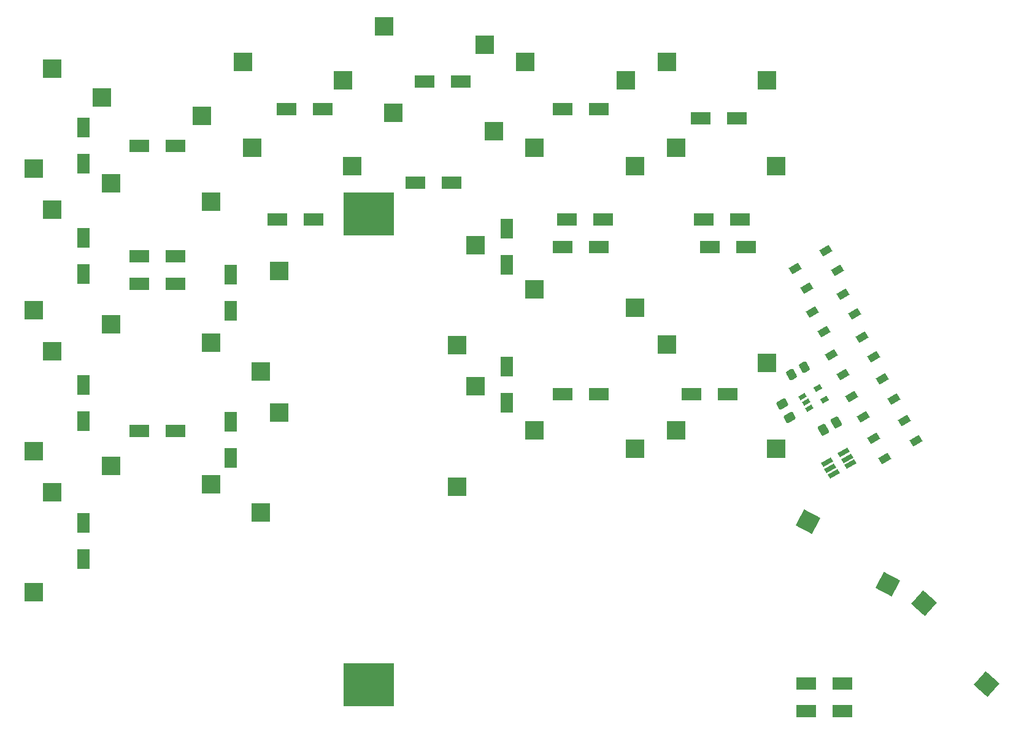
<source format=gbr>
%TF.GenerationSoftware,KiCad,Pcbnew,6.0.6-3a73a75311~116~ubuntu22.04.1*%
%TF.CreationDate,2022-07-03T12:29:08-05:00*%
%TF.ProjectId,board,626f6172-642e-46b6-9963-61645f706362,rev?*%
%TF.SameCoordinates,Original*%
%TF.FileFunction,Paste,Top*%
%TF.FilePolarity,Positive*%
%FSLAX46Y46*%
G04 Gerber Fmt 4.6, Leading zero omitted, Abs format (unit mm)*
G04 Created by KiCad (PCBNEW 6.0.6-3a73a75311~116~ubuntu22.04.1) date 2022-07-03 12:29:08*
%MOMM*%
%LPD*%
G01*
G04 APERTURE LIST*
G04 Aperture macros list*
%AMRoundRect*
0 Rectangle with rounded corners*
0 $1 Rounding radius*
0 $2 $3 $4 $5 $6 $7 $8 $9 X,Y pos of 4 corners*
0 Add a 4 corners polygon primitive as box body*
4,1,4,$2,$3,$4,$5,$6,$7,$8,$9,$2,$3,0*
0 Add four circle primitives for the rounded corners*
1,1,$1+$1,$2,$3*
1,1,$1+$1,$4,$5*
1,1,$1+$1,$6,$7*
1,1,$1+$1,$8,$9*
0 Add four rect primitives between the rounded corners*
20,1,$1+$1,$2,$3,$4,$5,0*
20,1,$1+$1,$4,$5,$6,$7,0*
20,1,$1+$1,$6,$7,$8,$9,0*
20,1,$1+$1,$8,$9,$2,$3,0*%
%AMRotRect*
0 Rectangle, with rotation*
0 The origin of the aperture is its center*
0 $1 length*
0 $2 width*
0 $3 Rotation angle, in degrees counterclockwise*
0 Add horizontal line*
21,1,$1,$2,0,0,$3*%
G04 Aperture macros list end*
%ADD10R,7.000000X6.000000*%
%ADD11R,2.500000X2.550000*%
%ADD12R,1.700000X2.700000*%
%ADD13R,2.550000X2.500000*%
%ADD14RotRect,1.500000X1.000000X30.000000*%
%ADD15R,2.700000X1.700000*%
%ADD16RotRect,2.550000X2.500000X332.190000*%
%ADD17RoundRect,0.250000X-0.054784X-0.580112X0.529784X-0.242612X0.054784X0.580112X-0.529784X0.242612X0*%
%ADD18RotRect,2.550000X2.500000X318.220000*%
%ADD19RoundRect,0.250000X0.580112X-0.054784X0.242612X0.529784X-0.580112X0.054784X-0.242612X-0.529784X0*%
%ADD20RoundRect,0.250000X-0.056458X-0.552211X0.506458X-0.227211X0.056458X0.552211X-0.506458X0.227211X0*%
%ADD21RotRect,0.600000X1.000000X300.000000*%
%ADD22RotRect,0.700000X1.000000X300.000000*%
%ADD23RotRect,1.560000X0.650000X30.000000*%
G04 APERTURE END LIST*
D10*
%TO.C,Battery1*%
X135890000Y-139180000D03*
X135890000Y-74180000D03*
%TD*%
D11*
%TO.C,K31*%
X148100000Y-92325000D03*
X150640000Y-78475000D03*
%TD*%
D12*
%TO.C,D20*%
X116840000Y-102910000D03*
X116840000Y-107910000D03*
%TD*%
D11*
%TO.C,K01*%
X89600001Y-106950000D03*
X92140001Y-93100000D03*
%TD*%
%TO.C,K03*%
X89600000Y-67950001D03*
X92140000Y-54100001D03*
%TD*%
D13*
%TO.C,K42*%
X172620000Y-67600000D03*
X158770000Y-65060000D03*
%TD*%
D14*
%TO.C,LED2*%
X199696251Y-93609032D03*
X201296251Y-96380314D03*
X205539775Y-93930314D03*
X203939775Y-91159032D03*
%TD*%
D13*
%TO.C,K11*%
X114120000Y-91975000D03*
X100270000Y-89435000D03*
%TD*%
D15*
%TO.C,D32*%
X147280000Y-69850000D03*
X142280000Y-69850000D03*
%TD*%
D11*
%TO.C,K00*%
X89600000Y-126450000D03*
X92140000Y-112600000D03*
%TD*%
D16*
%TO.C,K60*%
X196465848Y-116645379D03*
X207531153Y-125353601D03*
%TD*%
D13*
%TO.C,K32*%
X153120000Y-62725001D03*
X139270000Y-60185001D03*
%TD*%
%TO.C,K10*%
X114120000Y-111475000D03*
X100270000Y-108935000D03*
%TD*%
%TO.C,K43*%
X157500000Y-53180000D03*
X171350000Y-55720000D03*
%TD*%
D14*
%TO.C,LED3*%
X197089113Y-87682453D03*
X198689113Y-90453735D03*
X202932637Y-88003735D03*
X201332637Y-85232453D03*
%TD*%
D15*
%TO.C,D10*%
X109180000Y-104140000D03*
X104180000Y-104140000D03*
%TD*%
%TO.C,D11*%
X109180000Y-83820000D03*
X104180000Y-83820000D03*
%TD*%
D12*
%TO.C,D03*%
X96520000Y-67270000D03*
X96520000Y-62270000D03*
%TD*%
D11*
%TO.C,K21*%
X123520000Y-82080000D03*
X120980000Y-95930000D03*
%TD*%
D15*
%TO.C,D40*%
X167600000Y-99060000D03*
X162600000Y-99060000D03*
%TD*%
D13*
%TO.C,K50*%
X192120000Y-106600000D03*
X178270000Y-104060000D03*
%TD*%
%TO.C,K33*%
X138000000Y-48305000D03*
X151850000Y-50845000D03*
%TD*%
D17*
%TO.C,C2*%
X198589452Y-103974250D03*
X200386454Y-102936750D03*
%TD*%
D15*
%TO.C,D13*%
X109180000Y-64770000D03*
X104180000Y-64770000D03*
%TD*%
D18*
%TO.C,K61*%
X212485798Y-127973764D03*
X221121531Y-139095734D03*
%TD*%
D15*
%TO.C,D61*%
X196255000Y-139065000D03*
X201255000Y-139065000D03*
%TD*%
%TO.C,D12*%
X109180000Y-80010000D03*
X104180000Y-80010000D03*
%TD*%
D12*
%TO.C,D02*%
X96520000Y-82510000D03*
X96520000Y-77510000D03*
%TD*%
D15*
%TO.C,D22*%
X128230000Y-74930000D03*
X123230000Y-74930000D03*
%TD*%
D14*
%TO.C,LED4*%
X194688238Y-81669359D03*
X196288238Y-84440641D03*
X200531762Y-81990641D03*
X198931762Y-79219359D03*
%TD*%
D13*
%TO.C,K51*%
X177000000Y-92180000D03*
X190850000Y-94720000D03*
%TD*%
D12*
%TO.C,D00*%
X96520000Y-116880000D03*
X96520000Y-121880000D03*
%TD*%
%TO.C,D21*%
X116840000Y-82590000D03*
X116840000Y-87590000D03*
%TD*%
D13*
%TO.C,K22*%
X133620000Y-67600000D03*
X119770000Y-65060000D03*
%TD*%
D14*
%TO.C,LED1*%
X202506538Y-99442023D03*
X204106538Y-102213305D03*
X208350062Y-99763305D03*
X206750062Y-96992023D03*
%TD*%
D15*
%TO.C,D43*%
X167600000Y-59690000D03*
X162600000Y-59690000D03*
%TD*%
%TO.C,D51*%
X182920000Y-78740000D03*
X187920000Y-78740000D03*
%TD*%
D13*
%TO.C,K53*%
X177000000Y-53180000D03*
X190850000Y-55720000D03*
%TD*%
D19*
%TO.C,C1*%
X193937774Y-102243022D03*
X192900274Y-100446020D03*
%TD*%
D15*
%TO.C,D52*%
X182060000Y-74930000D03*
X187060000Y-74930000D03*
%TD*%
D12*
%TO.C,D30*%
X154940000Y-95290000D03*
X154940000Y-100290000D03*
%TD*%
D15*
%TO.C,D60*%
X196215000Y-142875000D03*
X201215000Y-142875000D03*
%TD*%
D11*
%TO.C,K20*%
X123520000Y-101580000D03*
X120980000Y-115430000D03*
%TD*%
%TO.C,K30*%
X148100000Y-111825000D03*
X150640000Y-97975000D03*
%TD*%
D15*
%TO.C,D23*%
X129500000Y-59690000D03*
X124500000Y-59690000D03*
%TD*%
D20*
%TO.C,L1*%
X194189471Y-96328257D03*
X195964823Y-95303257D03*
%TD*%
D15*
%TO.C,D50*%
X180380000Y-99060000D03*
X185380000Y-99060000D03*
%TD*%
%TO.C,D53*%
X181650000Y-60960000D03*
X186650000Y-60960000D03*
%TD*%
D14*
%TO.C,LED0*%
X205516622Y-105174466D03*
X207116622Y-107945748D03*
X211360146Y-105495748D03*
X209760146Y-102724466D03*
%TD*%
D21*
%TO.C,Boost1*%
X195751222Y-99383292D03*
X196226222Y-100206016D03*
X196701222Y-101028740D03*
D22*
X198779682Y-99828740D03*
X197829682Y-98183292D03*
%TD*%
D13*
%TO.C,K40*%
X172620000Y-106600000D03*
X158770000Y-104060000D03*
%TD*%
%TO.C,K52*%
X192120000Y-67599999D03*
X178270000Y-65059999D03*
%TD*%
D15*
%TO.C,D41*%
X167600000Y-78740000D03*
X162600000Y-78740000D03*
%TD*%
%TO.C,D42*%
X168235000Y-74930000D03*
X163235000Y-74930000D03*
%TD*%
D11*
%TO.C,K02*%
X89600000Y-87450000D03*
X92140000Y-73600000D03*
%TD*%
D13*
%TO.C,K13*%
X99000000Y-58055000D03*
X112850000Y-60595000D03*
%TD*%
%TO.C,K23*%
X118500000Y-53180000D03*
X132350000Y-55720000D03*
%TD*%
D12*
%TO.C,D01*%
X96520000Y-97830000D03*
X96520000Y-102830000D03*
%TD*%
D13*
%TO.C,K41*%
X172620000Y-87100000D03*
X158770000Y-84560000D03*
%TD*%
%TO.C,K12*%
X114120000Y-72475000D03*
X100270000Y-69935000D03*
%TD*%
D23*
%TO.C,LvlShft1*%
X199082616Y-108458435D03*
X199557616Y-109281159D03*
X200032616Y-110103883D03*
X202370884Y-108753883D03*
X201895884Y-107931159D03*
X201420884Y-107108435D03*
%TD*%
D12*
%TO.C,D31*%
X154940000Y-76240000D03*
X154940000Y-81240000D03*
%TD*%
D15*
%TO.C,D33*%
X148550000Y-55880000D03*
X143550000Y-55880000D03*
%TD*%
M02*

</source>
